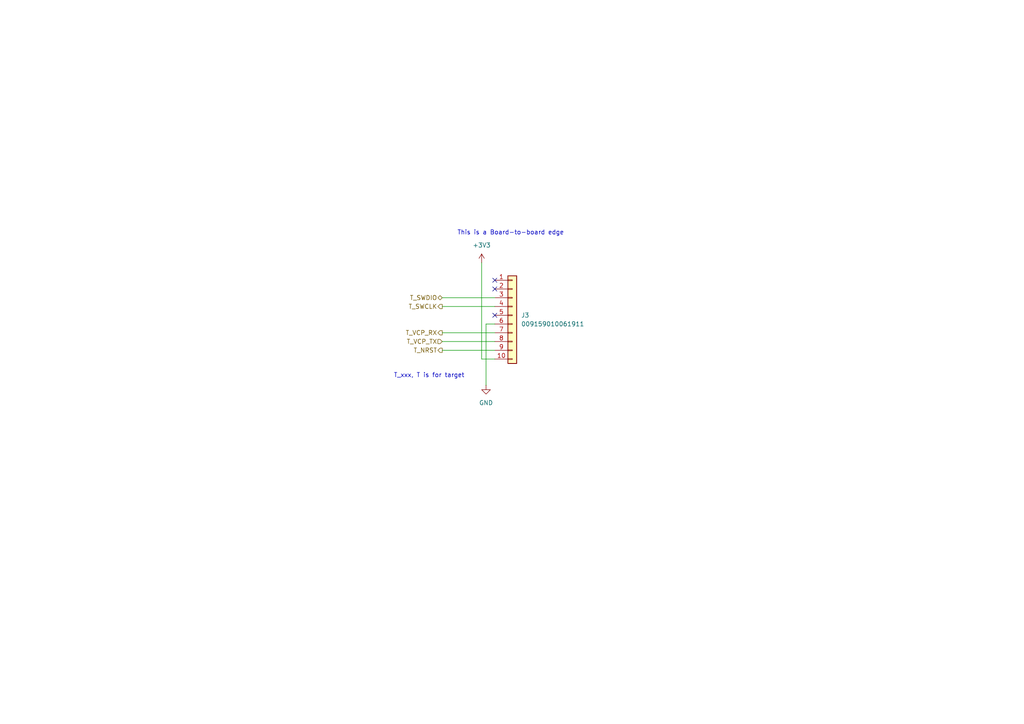
<source format=kicad_sch>
(kicad_sch (version 20250114) (generator "eeschema") (generator_version "9.0")
  (paper "A4")
  (lib_symbols
    (symbol "Hourglass_symbol_library:009159010061911" (pin_names (offset 1.016) (hide yes)) (in_bom no)
      (property "Reference" "J" (at 0 12.7 0))
      (property "Value" "009159010061911" (at 0 -15.24 0))
      (symbol "009159010061911_1_1"
        (rectangle (start -1.27 11.43) (end 1.27 -13.97) (stroke (width 0.254)) (fill (type background)))
        (rectangle (start -1.27 10.287) (end 0 10.033) (stroke (width 0.1524)))
        (rectangle (start -1.27 7.747) (end 0 7.493) (stroke (width 0.1524)))
        (rectangle (start -1.27 5.207) (end 0 4.953) (stroke (width 0.1524)))
        (rectangle (start -1.27 2.667) (end 0 2.413) (stroke (width 0.1524)))
        (rectangle (start -1.27 0.127) (end 0 -0.127) (stroke (width 0.1524)))
        (rectangle (start -1.27 -2.413) (end 0 -2.667) (stroke (width 0.1524)))
        (rectangle (start -1.27 -4.953) (end 0 -5.207) (stroke (width 0.1524)))
        (rectangle (start -1.27 -7.493) (end 0 -7.747) (stroke (width 0.1524)))
        (rectangle (start -1.27 -10.033) (end 0 -10.287) (stroke (width 0.1524)))
        (rectangle (start -1.27 -12.573) (end 0 -12.827) (stroke (width 0.1524)))
        (pin passive line (at -5.08 10.16 0) (length 3.81) (name "Pin_1") (number "1"))
        (pin passive line (at -5.08 7.62 0) (length 3.81) (name "Pin_2") (number "2"))
        (pin passive line (at -5.08 5.08 0) (length 3.81) (name "Pin_3") (number "3"))
        (pin passive line (at -5.08 2.54 0) (length 3.81) (name "Pin_4") (number "4"))
        (pin passive line (at -5.08 0 0) (length 3.81) (name "Pin_5") (number "5"))
        (pin passive line (at -5.08 -2.54 0) (length 3.81) (name "Pin_6") (number "6"))
        (pin passive line (at -5.08 -5.08 0) (length 3.81) (name "Pin_7") (number "7"))
        (pin passive line (at -5.08 -7.62 0) (length 3.81) (name "Pin_8") (number "8"))
        (pin passive line (at -5.08 -10.16 0) (length 3.81) (name "Pin_9") (number "9"))
        (pin passive line (at -5.08 -12.7 0) (length 3.81) (name "Pin_10") (number "10"))
      )
    )
    (symbol "power:+3V3" (power) (pin_numbers (hide yes)) (pin_names (offset 0) (hide yes))
      (property "Value" "+3V3" (at 0 3.556 0))
      (symbol "+3V3_0_1"
        (polyline (pts (xy -0.762 1.27) (xy 0 2.54)))
        (polyline (pts (xy 0 2.54) (xy 0.762 1.27)))
        (polyline (pts (xy 0 0) (xy 0 2.54)))
      )
      (symbol "+3V3_1_1"
        (pin power_in line (at 0 0 90) (length 0) (name "~") (number "1"))
      )
    )
    (symbol "power:GND" (power) (pin_numbers (hide yes)) (pin_names (offset 0) (hide yes))
      (property "Value" "GND" (at 0 -3.81 0))
      (symbol "GND_0_1"
        (polyline (pts (xy 0 0) (xy 0 -1.27) (xy 1.27 -1.27) (xy 0 -2.54) (xy -1.27 -1.27) (xy 0 -1.27)))
      )
      (symbol "GND_1_1"
        (pin power_in line (at 0 0 270) (length 0) (name "~") (number "1"))
      )
    )
  )
  (text "T_xxx, T is for target" (exclude_from_sim yes) (at 124.46 108.966 0) (effects (font (size 1.27 1.27))))
  (text "This is a Board-to-board edge \n" (exclude_from_sim yes) (at 148.59 67.564 0) (effects (font (size 1.27 1.27))))
  (no_connect (at 143.51 81.28))
  (no_connect (at 143.51 83.82))
  (no_connect (at 143.51 91.44))
  (wire (pts (xy 128.27 88.9) (xy 143.51 88.9)))
  (wire (pts (xy 128.27 101.6) (xy 143.51 101.6)))
  (wire (pts (xy 140.97 111.76) (xy 140.97 93.98)))
  (wire (pts (xy 140.97 93.98) (xy 143.51 93.98)))
  (wire (pts (xy 128.27 99.06) (xy 143.51 99.06)))
  (wire (pts (xy 139.7 76.2) (xy 139.7 104.14)))
  (wire (pts (xy 128.27 96.52) (xy 143.51 96.52)))
  (wire (pts (xy 128.27 86.36) (xy 143.51 86.36)))
  (wire (pts (xy 139.7 104.14) (xy 143.51 104.14)))
  (hierarchical_label "T_NRST" (shape output) (at 128.27 101.6 180))
  (hierarchical_label "T_SWCLK" (shape output) (at 128.27 88.9 180))
  (hierarchical_label "T_VCP_TX" (shape input) (at 128.27 99.06 180))
  (hierarchical_label "T_SWDIO" (shape bidirectional) (at 128.27 86.36 180))
  (hierarchical_label "T_VCP_RX" (shape output) (at 128.27 96.52 180))
  (symbol (lib_id "Hourglass_symbol_library:009159010061911") (at 148.59 91.44 0) (unit 1) (in_bom no)
    (property "Reference" "J3" (at 151.13 91.4399 0) (effects (justify left)))
    (property "Value" "009159010061911" (at 151.13 93.9799 0) (effects (justify left)))
    (property "Footprint" "Hourglass_footprint_library:009159010061911" (effects (hide yes)))
    (property "Datasheet" "https://datasheets.kyocera-avx.com/OpenEndedCardEdge_00-9159.pdf" (effects (hide yes)))
    (property "Description" "SSL Connector 10 Position Adapter, Bridge Board to Board - Card Edge 0.079\" (2.00mm)" (effects (hide yes)))
  )
  (symbol (lib_id "power:+3V3") (at 139.7 76.2 0) (unit 1)
    (property "Reference" "#PWR49" (effects (hide yes)))
    (property "Value" "+3V3" (at 139.7 71.12 0))
    (property "Description" "Power symbol creates a global label with name \"+3V3\"" (effects (hide yes)))
  )
  (symbol (lib_id "power:GND") (at 140.97 111.76 0) (unit 1)
    (property "Reference" "#PWR50" (effects (hide yes)))
    (property "Value" "GND" (at 140.97 116.84 0))
    (property "Description" "Power symbol creates a global label with name \"GND\" , ground" (effects (hide yes)))
  )
)
</source>
